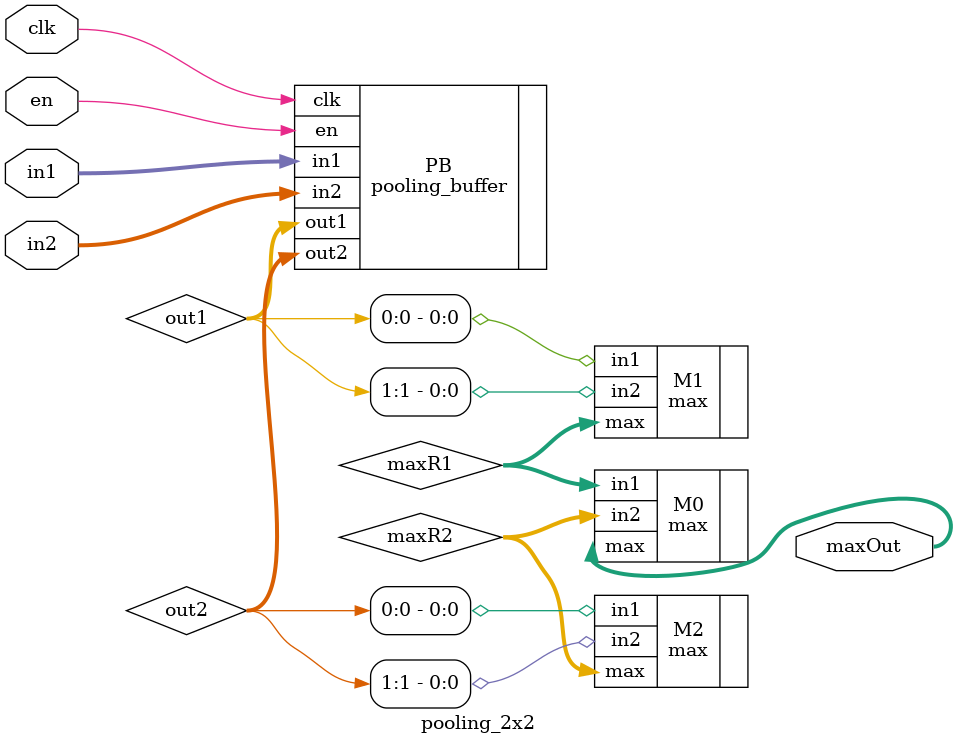
<source format=v>
module pooling_2x2 #(parameter BIT_WIDTH = 32) (
    input clk,
    input en,
    input signed[BIT_WIDTH-1:0] in1, in2,
    output signed[BIT_WIDTH-1:0] maxOut
);

parameter SIZE = 2;

wire signed[BIT_WIDTH-1:0] out1;
wire signed[BIT_WIDTH-1:0] out2;

pooling_buffer #(BIT_WIDTH) PB (
    .clk(clk),
    .en(en),
    .in1(in1),
    .in2(in2),
    .out1(out1),
	 .out2(out2)
);

wire signed[BIT_WIDTH-1:0] maxR1, maxR2;

max #(.BIT_WIDTH(BIT_WIDTH)) M1 (
	.in1(out1[0]), .in2(out1[1]),
	.max(maxR1)
);

max #(.BIT_WIDTH(BIT_WIDTH)) M2 (
	.in1(out2[0]), .in2(out2[1]),
	.max(maxR2)
);

max #(.BIT_WIDTH(BIT_WIDTH)) M0 (
	.in1(maxR1), .in2(maxR2),
	.max(maxOut)
);


endmodule 
</source>
